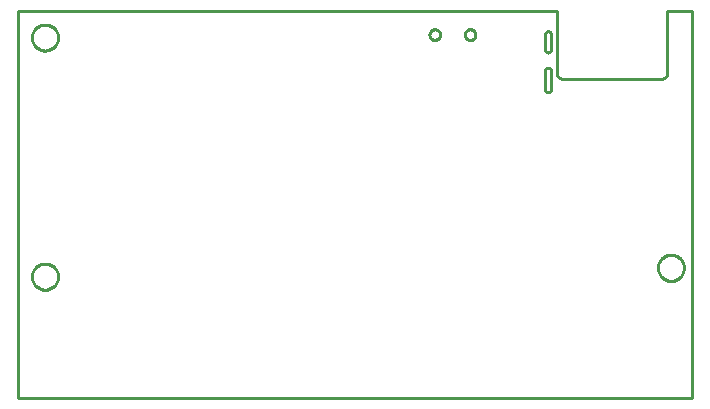
<source format=gbr>
G04 EAGLE Gerber RS-274X export*
G75*
%MOMM*%
%FSLAX34Y34*%
%LPD*%
%IN*%
%IPPOS*%
%AMOC8*
5,1,8,0,0,1.08239X$1,22.5*%
G01*
%ADD10C,0.254000*%


D10*
X0Y0D02*
X570000Y0D01*
X570000Y327500D01*
X549250Y327500D01*
X549250Y274750D01*
X549245Y274368D01*
X549206Y273987D01*
X549135Y273611D01*
X549031Y273243D01*
X548895Y272886D01*
X548729Y272541D01*
X548533Y272213D01*
X548309Y271903D01*
X548060Y271613D01*
X547786Y271346D01*
X547489Y271104D01*
X547173Y270889D01*
X546839Y270703D01*
X546490Y270546D01*
X546129Y270420D01*
X545759Y270326D01*
X545381Y270265D01*
X545000Y270236D01*
X544617Y270242D01*
X544500Y270250D01*
X460000Y270250D01*
X459609Y270289D01*
X459222Y270362D01*
X458844Y270468D01*
X458476Y270607D01*
X458122Y270777D01*
X457784Y270978D01*
X457464Y271207D01*
X457166Y271463D01*
X456891Y271745D01*
X456642Y272049D01*
X456420Y272374D01*
X456228Y272716D01*
X456066Y273075D01*
X455936Y273446D01*
X455839Y273827D01*
X455775Y274215D01*
X455750Y274500D01*
X455750Y327500D01*
X0Y327500D01*
X0Y0D01*
X446000Y261000D02*
X446010Y260782D01*
X446038Y260566D01*
X446085Y260353D01*
X446151Y260145D01*
X446234Y259943D01*
X446335Y259750D01*
X446452Y259566D01*
X446585Y259393D01*
X446732Y259232D01*
X446893Y259085D01*
X447066Y258952D01*
X447250Y258835D01*
X447443Y258734D01*
X447645Y258651D01*
X447853Y258585D01*
X448066Y258538D01*
X448282Y258510D01*
X448500Y258500D01*
X448718Y258510D01*
X448934Y258538D01*
X449147Y258585D01*
X449355Y258651D01*
X449557Y258734D01*
X449750Y258835D01*
X449934Y258952D01*
X450107Y259085D01*
X450268Y259232D01*
X450415Y259393D01*
X450548Y259566D01*
X450665Y259750D01*
X450766Y259943D01*
X450849Y260145D01*
X450915Y260353D01*
X450962Y260566D01*
X450991Y260782D01*
X451000Y261000D01*
X451000Y277000D01*
X450991Y277218D01*
X450962Y277434D01*
X450915Y277647D01*
X450849Y277855D01*
X450766Y278057D01*
X450665Y278250D01*
X450548Y278434D01*
X450415Y278607D01*
X450268Y278768D01*
X450107Y278915D01*
X449934Y279048D01*
X449750Y279165D01*
X449557Y279266D01*
X449355Y279349D01*
X449147Y279415D01*
X448934Y279462D01*
X448718Y279491D01*
X448500Y279500D01*
X448282Y279491D01*
X448066Y279462D01*
X447853Y279415D01*
X447645Y279349D01*
X447443Y279266D01*
X447250Y279165D01*
X447066Y279048D01*
X446893Y278915D01*
X446732Y278768D01*
X446585Y278607D01*
X446452Y278434D01*
X446335Y278250D01*
X446234Y278057D01*
X446151Y277855D01*
X446085Y277647D01*
X446038Y277434D01*
X446010Y277218D01*
X446000Y277000D01*
X446000Y261000D01*
X446000Y294800D02*
X446010Y294582D01*
X446038Y294366D01*
X446085Y294153D01*
X446151Y293945D01*
X446234Y293743D01*
X446335Y293550D01*
X446452Y293366D01*
X446585Y293193D01*
X446732Y293032D01*
X446893Y292885D01*
X447066Y292752D01*
X447250Y292635D01*
X447443Y292534D01*
X447645Y292451D01*
X447853Y292385D01*
X448066Y292338D01*
X448282Y292310D01*
X448500Y292300D01*
X448718Y292310D01*
X448934Y292338D01*
X449147Y292385D01*
X449355Y292451D01*
X449557Y292534D01*
X449750Y292635D01*
X449934Y292752D01*
X450107Y292885D01*
X450268Y293032D01*
X450415Y293193D01*
X450548Y293366D01*
X450665Y293550D01*
X450766Y293743D01*
X450849Y293945D01*
X450915Y294153D01*
X450962Y294366D01*
X450991Y294582D01*
X451000Y294800D01*
X451000Y307800D01*
X450991Y308018D01*
X450962Y308234D01*
X450915Y308447D01*
X450849Y308655D01*
X450766Y308857D01*
X450665Y309050D01*
X450548Y309234D01*
X450415Y309407D01*
X450268Y309568D01*
X450107Y309715D01*
X449934Y309848D01*
X449750Y309965D01*
X449557Y310066D01*
X449355Y310149D01*
X449147Y310215D01*
X448934Y310262D01*
X448718Y310291D01*
X448500Y310300D01*
X448282Y310291D01*
X448066Y310262D01*
X447853Y310215D01*
X447645Y310149D01*
X447443Y310066D01*
X447250Y309965D01*
X447066Y309848D01*
X446893Y309715D01*
X446732Y309568D01*
X446585Y309407D01*
X446452Y309234D01*
X446335Y309050D01*
X446234Y308857D01*
X446151Y308655D01*
X446085Y308447D01*
X446038Y308234D01*
X446010Y308018D01*
X446000Y307800D01*
X446000Y294800D01*
X33500Y304568D02*
X33432Y303706D01*
X33297Y302852D01*
X33095Y302012D01*
X32828Y301190D01*
X32497Y300391D01*
X32105Y299621D01*
X31653Y298884D01*
X31145Y298185D01*
X30584Y297527D01*
X29973Y296916D01*
X29315Y296355D01*
X28616Y295847D01*
X27879Y295395D01*
X27109Y295003D01*
X26310Y294672D01*
X25488Y294405D01*
X24648Y294203D01*
X23794Y294068D01*
X22932Y294000D01*
X22068Y294000D01*
X21206Y294068D01*
X20352Y294203D01*
X19512Y294405D01*
X18690Y294672D01*
X17891Y295003D01*
X17121Y295395D01*
X16384Y295847D01*
X15685Y296355D01*
X15027Y296916D01*
X14416Y297527D01*
X13855Y298185D01*
X13347Y298884D01*
X12895Y299621D01*
X12503Y300391D01*
X12172Y301190D01*
X11905Y302012D01*
X11703Y302852D01*
X11568Y303706D01*
X11500Y304568D01*
X11500Y305432D01*
X11568Y306294D01*
X11703Y307148D01*
X11905Y307988D01*
X12172Y308810D01*
X12503Y309609D01*
X12895Y310379D01*
X13347Y311116D01*
X13855Y311815D01*
X14416Y312473D01*
X15027Y313084D01*
X15685Y313645D01*
X16384Y314153D01*
X17121Y314605D01*
X17891Y314997D01*
X18690Y315328D01*
X19512Y315595D01*
X20352Y315797D01*
X21206Y315932D01*
X22068Y316000D01*
X22932Y316000D01*
X23794Y315932D01*
X24648Y315797D01*
X25488Y315595D01*
X26310Y315328D01*
X27109Y314997D01*
X27879Y314605D01*
X28616Y314153D01*
X29315Y313645D01*
X29973Y313084D01*
X30584Y312473D01*
X31145Y311815D01*
X31653Y311116D01*
X32105Y310379D01*
X32497Y309609D01*
X32828Y308810D01*
X33095Y307988D01*
X33297Y307148D01*
X33432Y306294D01*
X33500Y305432D01*
X33500Y304568D01*
X563500Y109568D02*
X563432Y108706D01*
X563297Y107852D01*
X563095Y107012D01*
X562828Y106190D01*
X562497Y105391D01*
X562105Y104621D01*
X561653Y103884D01*
X561145Y103185D01*
X560584Y102527D01*
X559973Y101916D01*
X559315Y101355D01*
X558616Y100847D01*
X557879Y100395D01*
X557109Y100003D01*
X556310Y99672D01*
X555488Y99405D01*
X554648Y99203D01*
X553794Y99068D01*
X552932Y99000D01*
X552068Y99000D01*
X551206Y99068D01*
X550352Y99203D01*
X549512Y99405D01*
X548690Y99672D01*
X547891Y100003D01*
X547121Y100395D01*
X546384Y100847D01*
X545685Y101355D01*
X545027Y101916D01*
X544416Y102527D01*
X543855Y103185D01*
X543347Y103884D01*
X542895Y104621D01*
X542503Y105391D01*
X542172Y106190D01*
X541905Y107012D01*
X541703Y107852D01*
X541568Y108706D01*
X541500Y109568D01*
X541500Y110432D01*
X541568Y111294D01*
X541703Y112148D01*
X541905Y112988D01*
X542172Y113810D01*
X542503Y114609D01*
X542895Y115379D01*
X543347Y116116D01*
X543855Y116815D01*
X544416Y117473D01*
X545027Y118084D01*
X545685Y118645D01*
X546384Y119153D01*
X547121Y119605D01*
X547891Y119997D01*
X548690Y120328D01*
X549512Y120595D01*
X550352Y120797D01*
X551206Y120932D01*
X552068Y121000D01*
X552932Y121000D01*
X553794Y120932D01*
X554648Y120797D01*
X555488Y120595D01*
X556310Y120328D01*
X557109Y119997D01*
X557879Y119605D01*
X558616Y119153D01*
X559315Y118645D01*
X559973Y118084D01*
X560584Y117473D01*
X561145Y116815D01*
X561653Y116116D01*
X562105Y115379D01*
X562497Y114609D01*
X562828Y113810D01*
X563095Y112988D01*
X563297Y112148D01*
X563432Y111294D01*
X563500Y110432D01*
X563500Y109568D01*
X33500Y102068D02*
X33432Y101206D01*
X33297Y100352D01*
X33095Y99512D01*
X32828Y98690D01*
X32497Y97891D01*
X32105Y97121D01*
X31653Y96384D01*
X31145Y95685D01*
X30584Y95027D01*
X29973Y94416D01*
X29315Y93855D01*
X28616Y93347D01*
X27879Y92895D01*
X27109Y92503D01*
X26310Y92172D01*
X25488Y91905D01*
X24648Y91703D01*
X23794Y91568D01*
X22932Y91500D01*
X22068Y91500D01*
X21206Y91568D01*
X20352Y91703D01*
X19512Y91905D01*
X18690Y92172D01*
X17891Y92503D01*
X17121Y92895D01*
X16384Y93347D01*
X15685Y93855D01*
X15027Y94416D01*
X14416Y95027D01*
X13855Y95685D01*
X13347Y96384D01*
X12895Y97121D01*
X12503Y97891D01*
X12172Y98690D01*
X11905Y99512D01*
X11703Y100352D01*
X11568Y101206D01*
X11500Y102068D01*
X11500Y102932D01*
X11568Y103794D01*
X11703Y104648D01*
X11905Y105488D01*
X12172Y106310D01*
X12503Y107109D01*
X12895Y107879D01*
X13347Y108616D01*
X13855Y109315D01*
X14416Y109973D01*
X15027Y110584D01*
X15685Y111145D01*
X16384Y111653D01*
X17121Y112105D01*
X17891Y112497D01*
X18690Y112828D01*
X19512Y113095D01*
X20352Y113297D01*
X21206Y113432D01*
X22068Y113500D01*
X22932Y113500D01*
X23794Y113432D01*
X24648Y113297D01*
X25488Y113095D01*
X26310Y112828D01*
X27109Y112497D01*
X27879Y112105D01*
X28616Y111653D01*
X29315Y111145D01*
X29973Y110584D01*
X30584Y109973D01*
X31145Y109315D01*
X31653Y108616D01*
X32105Y107879D01*
X32497Y107109D01*
X32828Y106310D01*
X33095Y105488D01*
X33297Y104648D01*
X33432Y103794D01*
X33500Y102932D01*
X33500Y102068D01*
X378000Y307205D02*
X378077Y306620D01*
X378230Y306050D01*
X378455Y305505D01*
X378750Y304995D01*
X379109Y304527D01*
X379527Y304109D01*
X379995Y303750D01*
X380505Y303455D01*
X381050Y303230D01*
X381620Y303077D01*
X382205Y303000D01*
X382795Y303000D01*
X383380Y303077D01*
X383950Y303230D01*
X384495Y303455D01*
X385005Y303750D01*
X385473Y304109D01*
X385891Y304527D01*
X386250Y304995D01*
X386545Y305505D01*
X386770Y306050D01*
X386923Y306620D01*
X387000Y307205D01*
X387000Y307795D01*
X386923Y308380D01*
X386770Y308950D01*
X386545Y309495D01*
X386250Y310005D01*
X385891Y310473D01*
X385473Y310891D01*
X385005Y311250D01*
X384495Y311545D01*
X383950Y311770D01*
X383380Y311923D01*
X382795Y312000D01*
X382205Y312000D01*
X381620Y311923D01*
X381050Y311770D01*
X380505Y311545D01*
X379995Y311250D01*
X379527Y310891D01*
X379109Y310473D01*
X378750Y310005D01*
X378455Y309495D01*
X378230Y308950D01*
X378077Y308380D01*
X378000Y307795D01*
X378000Y307205D01*
X348000Y307205D02*
X348077Y306620D01*
X348230Y306050D01*
X348455Y305505D01*
X348750Y304995D01*
X349109Y304527D01*
X349527Y304109D01*
X349995Y303750D01*
X350505Y303455D01*
X351050Y303230D01*
X351620Y303077D01*
X352205Y303000D01*
X352795Y303000D01*
X353380Y303077D01*
X353950Y303230D01*
X354495Y303455D01*
X355005Y303750D01*
X355473Y304109D01*
X355891Y304527D01*
X356250Y304995D01*
X356545Y305505D01*
X356770Y306050D01*
X356923Y306620D01*
X357000Y307205D01*
X357000Y307795D01*
X356923Y308380D01*
X356770Y308950D01*
X356545Y309495D01*
X356250Y310005D01*
X355891Y310473D01*
X355473Y310891D01*
X355005Y311250D01*
X354495Y311545D01*
X353950Y311770D01*
X353380Y311923D01*
X352795Y312000D01*
X352205Y312000D01*
X351620Y311923D01*
X351050Y311770D01*
X350505Y311545D01*
X349995Y311250D01*
X349527Y310891D01*
X349109Y310473D01*
X348750Y310005D01*
X348455Y309495D01*
X348230Y308950D01*
X348077Y308380D01*
X348000Y307795D01*
X348000Y307205D01*
M02*

</source>
